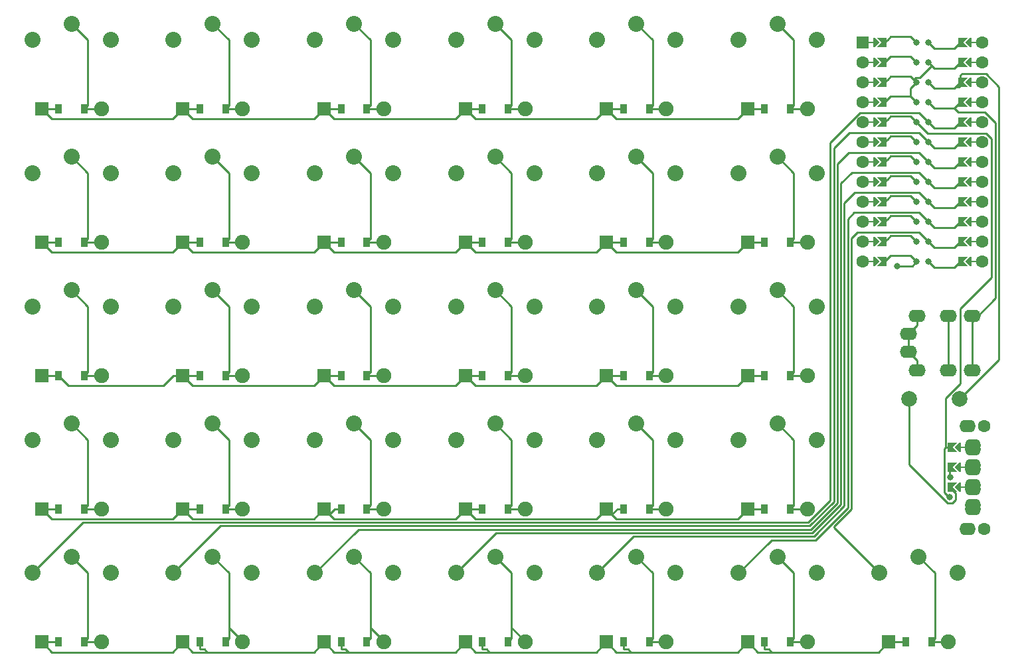
<source format=gbr>
%TF.GenerationSoftware,KiCad,Pcbnew,6.0.2+dfsg-1*%
%TF.CreationDate,2023-06-27T17:47:53-07:00*%
%TF.ProjectId,swirlComplete,73776972-6c43-46f6-9d70-6c6574652e6b,v1.0.0*%
%TF.SameCoordinates,Original*%
%TF.FileFunction,Copper,L1,Top*%
%TF.FilePolarity,Positive*%
%FSLAX46Y46*%
G04 Gerber Fmt 4.6, Leading zero omitted, Abs format (unit mm)*
G04 Created by KiCad (PCBNEW 6.0.2+dfsg-1) date 2023-06-27 17:47:53*
%MOMM*%
%LPD*%
G01*
G04 APERTURE LIST*
G04 Aperture macros list*
%AMFreePoly0*
4,1,6,0.600000,0.200000,0.000000,-0.400000,-0.600000,0.200000,-0.600000,0.400000,0.600000,0.400000,0.600000,0.200000,0.600000,0.200000,$1*%
%AMFreePoly1*
4,1,5,0.125000,-0.500000,-0.125000,-0.500000,-0.125000,0.500000,0.125000,0.500000,0.125000,-0.500000,0.125000,-0.500000,$1*%
%AMFreePoly2*
4,1,6,0.600000,-0.250000,-0.600000,-0.250000,-0.600000,1.000000,0.000000,0.400000,0.600000,1.000000,0.600000,-0.250000,0.600000,-0.250000,$1*%
G04 Aperture macros list end*
%TA.AperFunction,ComponentPad*%
%ADD10C,2.000000*%
%TD*%
%TA.AperFunction,ComponentPad*%
%ADD11C,2.032000*%
%TD*%
%TA.AperFunction,ComponentPad*%
%ADD12R,1.778000X1.778000*%
%TD*%
%TA.AperFunction,SMDPad,CuDef*%
%ADD13R,0.900000X1.200000*%
%TD*%
%TA.AperFunction,ComponentPad*%
%ADD14C,1.905000*%
%TD*%
%TA.AperFunction,SMDPad,CuDef*%
%ADD15FreePoly0,270.000000*%
%TD*%
%TA.AperFunction,ComponentPad*%
%ADD16O,2.100000X1.600000*%
%TD*%
%TA.AperFunction,SMDPad,CuDef*%
%ADD17FreePoly1,270.000000*%
%TD*%
%TA.AperFunction,SMDPad,CuDef*%
%ADD18FreePoly2,270.000000*%
%TD*%
%TA.AperFunction,ComponentPad*%
%ADD19C,1.600000*%
%TD*%
%TA.AperFunction,ComponentPad*%
%ADD20O,2.200000X1.600000*%
%TD*%
%TA.AperFunction,SMDPad,CuDef*%
%ADD21FreePoly1,90.000000*%
%TD*%
%TA.AperFunction,SMDPad,CuDef*%
%ADD22FreePoly0,90.000000*%
%TD*%
%TA.AperFunction,ComponentPad*%
%ADD23R,1.600000X1.600000*%
%TD*%
%TA.AperFunction,SMDPad,CuDef*%
%ADD24FreePoly2,90.000000*%
%TD*%
%TA.AperFunction,ViaPad*%
%ADD25C,0.800000*%
%TD*%
%TA.AperFunction,Conductor*%
%ADD26C,0.250000*%
%TD*%
G04 APERTURE END LIST*
D10*
%TO.P,B1,1*%
%TO.N,GND*%
X106750000Y26000000D03*
%TO.P,B1,2*%
%TO.N,RST*%
X113250000Y26000000D03*
%TD*%
D11*
%TO.P,S25,1*%
%TO.N,SCLK*%
X67000000Y71800000D03*
X77000000Y71800000D03*
%TO.P,S25,2*%
%TO.N,index_num*%
X72000000Y73900000D03*
X72000000Y73900000D03*
%TD*%
D12*
%TO.P,D9,1*%
%TO.N,P5*%
X14190000Y46000000D03*
D13*
X16350000Y46000000D03*
%TO.P,D9,2*%
%TO.N,pinky_top*%
X19650000Y46000000D03*
D14*
X21810000Y46000000D03*
%TD*%
D11*
%TO.P,S8,1*%
%TO.N,P20*%
X23000000Y37800000D03*
X13000000Y37800000D03*
%TO.P,S8,2*%
%TO.N,pinky_home*%
X18000000Y39900000D03*
X18000000Y39900000D03*
%TD*%
D13*
%TO.P,D8,1*%
%TO.N,P6*%
X16350000Y29000000D03*
D12*
X14190000Y29000000D03*
D13*
%TO.P,D8,2*%
%TO.N,pinky_home*%
X19650000Y29000000D03*
D14*
X21810000Y29000000D03*
%TD*%
D13*
%TO.P,D1,1*%
%TO.N,P8*%
X-1650000Y-5000000D03*
D12*
X-3810000Y-5000000D03*
D13*
%TO.P,D1,2*%
%TO.N,outer_mod*%
X1650000Y-5000000D03*
D14*
X3810000Y-5000000D03*
%TD*%
D13*
%TO.P,D18,1*%
%TO.N,P6*%
X52350000Y29000000D03*
D12*
X50190000Y29000000D03*
D13*
%TO.P,D18,2*%
%TO.N,middle_home*%
X55650000Y29000000D03*
D14*
X57810000Y29000000D03*
%TD*%
D13*
%TO.P,D16,1*%
%TO.N,P8*%
X52350000Y-5000000D03*
D12*
X50190000Y-5000000D03*
D14*
%TO.P,D16,2*%
%TO.N,middle_mod*%
X57810000Y-5000000D03*
D13*
X55650000Y-5000000D03*
%TD*%
D11*
%TO.P,S30,1*%
%TO.N,MISO*%
X85000000Y71800000D03*
X95000000Y71800000D03*
%TO.P,S30,2*%
%TO.N,inner_num*%
X90000000Y73900000D03*
X90000000Y73900000D03*
%TD*%
D15*
%TO.P,EN1,*%
%TO.N,*%
X113000000Y19810000D03*
D16*
X114875000Y14992000D03*
X114875000Y17532000D03*
X114875000Y20072000D03*
X114875000Y14468000D03*
X114875000Y19548000D03*
D17*
X113508000Y19810000D03*
D15*
X113000000Y14730000D03*
D16*
X114875000Y11928000D03*
D17*
X113508000Y14730000D03*
D15*
X113000000Y17270000D03*
D17*
X113508000Y17270000D03*
D16*
X114875000Y12452000D03*
X114875000Y17008000D03*
D18*
%TO.P,EN1,A*%
%TO.N,SDA*%
X111984000Y19810000D03*
%TO.P,EN1,B*%
%TO.N,P9*%
X111984000Y17270000D03*
%TO.P,EN1,GND*%
%TO.N,GND*%
X111984000Y14730000D03*
D19*
%TO.P,EN1,S1*%
%TO.N,P1*%
X116350000Y9452000D03*
X116350000Y22548000D03*
D16*
%TO.P,EN1,S2*%
%TO.N,P0*%
X114250000Y9452000D03*
X114250000Y22548000D03*
%TD*%
D12*
%TO.P,D4,1*%
%TO.N,P5*%
X-3810000Y46000000D03*
D13*
X-1650000Y46000000D03*
%TO.P,D4,2*%
%TO.N,outer_top*%
X1650000Y46000000D03*
D14*
X3810000Y46000000D03*
%TD*%
D20*
%TO.P,TRRS1,1*%
%TO.N,GND*%
X106700000Y32000000D03*
X106700000Y34300000D03*
%TO.P,TRRS1,2*%
X107800000Y29700000D03*
X107800000Y36600000D03*
%TO.P,TRRS1,3*%
%TO.N,P10*%
X111800000Y36600000D03*
X111800000Y29700000D03*
%TO.P,TRRS1,4*%
%TO.N,VCC*%
X114800000Y36600000D03*
X114800000Y29700000D03*
%TD*%
D11*
%TO.P,S21,1*%
%TO.N,SCLK*%
X67000000Y3800000D03*
X77000000Y3800000D03*
%TO.P,S21,2*%
%TO.N,index_mod*%
X72000000Y5900000D03*
X72000000Y5900000D03*
%TD*%
D13*
%TO.P,D31,1*%
%TO.N,P8*%
X106350000Y-5000000D03*
D12*
X104190000Y-5000000D03*
D14*
%TO.P,D31,2*%
%TO.N,extraInner_mod*%
X111810000Y-5000000D03*
D13*
X109650000Y-5000000D03*
%TD*%
D11*
%TO.P,S22,1*%
%TO.N,SCLK*%
X77000000Y20800000D03*
X67000000Y20800000D03*
%TO.P,S22,2*%
%TO.N,index_bottom*%
X72000000Y22900000D03*
X72000000Y22900000D03*
%TD*%
D13*
%TO.P,D6,1*%
%TO.N,P8*%
X16350000Y-5000000D03*
D12*
X14190000Y-5000000D03*
D14*
%TO.P,D6,2*%
%TO.N,pinky_mod*%
X21810000Y-5000000D03*
D13*
X19650000Y-5000000D03*
%TD*%
D11*
%TO.P,S3,1*%
%TO.N,P21*%
X-5000000Y37800000D03*
X5000000Y37800000D03*
%TO.P,S3,2*%
%TO.N,outer_home*%
X0Y39900000D03*
X0Y39900000D03*
%TD*%
D12*
%TO.P,D29,1*%
%TO.N,P5*%
X86190000Y46000000D03*
D13*
X88350000Y46000000D03*
%TO.P,D29,2*%
%TO.N,inner_top*%
X91650000Y46000000D03*
D14*
X93810000Y46000000D03*
%TD*%
D13*
%TO.P,D23,1*%
%TO.N,P6*%
X70350000Y29000000D03*
D12*
X68190000Y29000000D03*
D13*
%TO.P,D23,2*%
%TO.N,index_home*%
X73650000Y29000000D03*
D14*
X75810000Y29000000D03*
%TD*%
D13*
%TO.P,D3,1*%
%TO.N,P6*%
X-1650000Y29000000D03*
D12*
X-3810000Y29000000D03*
D13*
%TO.P,D3,2*%
%TO.N,outer_home*%
X1650000Y29000000D03*
D14*
X3810000Y29000000D03*
%TD*%
D11*
%TO.P,S31,1*%
%TO.N,MOSI*%
X113000000Y3800000D03*
X103000000Y3800000D03*
%TO.P,S31,2*%
%TO.N,extraInner_mod*%
X108000000Y5900000D03*
X108000000Y5900000D03*
%TD*%
D13*
%TO.P,D15,1*%
%TO.N,P4*%
X34350000Y63000000D03*
D12*
X32190000Y63000000D03*
D14*
%TO.P,D15,2*%
%TO.N,ring_num*%
X39810000Y63000000D03*
D13*
X37650000Y63000000D03*
%TD*%
D11*
%TO.P,S6,1*%
%TO.N,P20*%
X13000000Y3800000D03*
X23000000Y3800000D03*
%TO.P,S6,2*%
%TO.N,pinky_mod*%
X18000000Y5900000D03*
X18000000Y5900000D03*
%TD*%
%TO.P,S14,1*%
%TO.N,P19*%
X41000000Y54800000D03*
X31000000Y54800000D03*
%TO.P,S14,2*%
%TO.N,ring_top*%
X36000000Y56900000D03*
X36000000Y56900000D03*
%TD*%
%TO.P,S4,1*%
%TO.N,P21*%
X5000000Y54800000D03*
X-5000000Y54800000D03*
%TO.P,S4,2*%
%TO.N,outer_top*%
X0Y56900000D03*
X0Y56900000D03*
%TD*%
D13*
%TO.P,D27,1*%
%TO.N,P7*%
X88350000Y12000000D03*
D12*
X86190000Y12000000D03*
D14*
%TO.P,D27,2*%
%TO.N,inner_bottom*%
X93810000Y12000000D03*
D13*
X91650000Y12000000D03*
%TD*%
D11*
%TO.P,S24,1*%
%TO.N,SCLK*%
X77000000Y54800000D03*
X67000000Y54800000D03*
%TO.P,S24,2*%
%TO.N,index_top*%
X72000000Y56900000D03*
X72000000Y56900000D03*
%TD*%
D13*
%TO.P,D24,1*%
%TO.N,P5*%
X70350000Y46000000D03*
D12*
X68190000Y46000000D03*
D13*
%TO.P,D24,2*%
%TO.N,index_top*%
X73650000Y46000000D03*
D14*
X75810000Y46000000D03*
%TD*%
D13*
%TO.P,D13,1*%
%TO.N,P6*%
X34350000Y29000000D03*
D12*
X32190000Y29000000D03*
D13*
%TO.P,D13,2*%
%TO.N,ring_home*%
X37650000Y29000000D03*
D14*
X39810000Y29000000D03*
%TD*%
D11*
%TO.P,S9,1*%
%TO.N,P20*%
X13000000Y54800000D03*
X23000000Y54800000D03*
%TO.P,S9,2*%
%TO.N,pinky_top*%
X18000000Y56900000D03*
X18000000Y56900000D03*
%TD*%
%TO.P,S1,1*%
%TO.N,P21*%
X5000000Y3800000D03*
X-5000000Y3800000D03*
%TO.P,S1,2*%
%TO.N,outer_mod*%
X0Y5900000D03*
X0Y5900000D03*
%TD*%
D12*
%TO.P,D2,1*%
%TO.N,P7*%
X-3810000Y12000000D03*
D13*
X-1650000Y12000000D03*
D14*
%TO.P,D2,2*%
%TO.N,outer_bottom*%
X3810000Y12000000D03*
D13*
X1650000Y12000000D03*
%TD*%
D11*
%TO.P,S5,1*%
%TO.N,P21*%
X5000000Y71800000D03*
X-5000000Y71800000D03*
%TO.P,S5,2*%
%TO.N,outer_num*%
X0Y73900000D03*
X0Y73900000D03*
%TD*%
D12*
%TO.P,D11,1*%
%TO.N,P8*%
X32190000Y-5000000D03*
D13*
X34350000Y-5000000D03*
D14*
%TO.P,D11,2*%
%TO.N,ring_mod*%
X39810000Y-5000000D03*
D13*
X37650000Y-5000000D03*
%TD*%
D12*
%TO.P,D30,1*%
%TO.N,P4*%
X86190000Y63000000D03*
D13*
X88350000Y63000000D03*
D14*
%TO.P,D30,2*%
%TO.N,inner_num*%
X93810000Y63000000D03*
D13*
X91650000Y63000000D03*
%TD*%
D11*
%TO.P,S20,1*%
%TO.N,P18*%
X49000000Y71800000D03*
X59000000Y71800000D03*
%TO.P,S20,2*%
%TO.N,middle_num*%
X54000000Y73900000D03*
X54000000Y73900000D03*
%TD*%
%TO.P,S19,1*%
%TO.N,P18*%
X49000000Y54800000D03*
X59000000Y54800000D03*
%TO.P,S19,2*%
%TO.N,middle_top*%
X54000000Y56900000D03*
X54000000Y56900000D03*
%TD*%
%TO.P,S23,1*%
%TO.N,SCLK*%
X77000000Y37800000D03*
X67000000Y37800000D03*
%TO.P,S23,2*%
%TO.N,index_home*%
X72000000Y39900000D03*
X72000000Y39900000D03*
%TD*%
D13*
%TO.P,D25,1*%
%TO.N,P4*%
X70350000Y63000000D03*
D12*
X68190000Y63000000D03*
D13*
%TO.P,D25,2*%
%TO.N,index_num*%
X73650000Y63000000D03*
D14*
X75810000Y63000000D03*
%TD*%
D13*
%TO.P,D28,1*%
%TO.N,P6*%
X88350000Y29000000D03*
D12*
X86190000Y29000000D03*
D14*
%TO.P,D28,2*%
%TO.N,inner_home*%
X93810000Y29000000D03*
D13*
X91650000Y29000000D03*
%TD*%
D11*
%TO.P,S26,1*%
%TO.N,MISO*%
X95000000Y3800000D03*
X85000000Y3800000D03*
%TO.P,S26,2*%
%TO.N,inner_mod*%
X90000000Y5900000D03*
X90000000Y5900000D03*
%TD*%
%TO.P,S18,1*%
%TO.N,P18*%
X49000000Y37800000D03*
X59000000Y37800000D03*
%TO.P,S18,2*%
%TO.N,middle_home*%
X54000000Y39900000D03*
X54000000Y39900000D03*
%TD*%
%TO.P,S28,1*%
%TO.N,MISO*%
X95000000Y37800000D03*
X85000000Y37800000D03*
%TO.P,S28,2*%
%TO.N,inner_home*%
X90000000Y39900000D03*
X90000000Y39900000D03*
%TD*%
%TO.P,S10,1*%
%TO.N,P20*%
X23000000Y71800000D03*
X13000000Y71800000D03*
%TO.P,S10,2*%
%TO.N,pinky_num*%
X18000000Y73900000D03*
X18000000Y73900000D03*
%TD*%
D13*
%TO.P,D20,1*%
%TO.N,P4*%
X52350000Y63000000D03*
D12*
X50190000Y63000000D03*
D13*
%TO.P,D20,2*%
%TO.N,middle_num*%
X55650000Y63000000D03*
D14*
X57810000Y63000000D03*
%TD*%
D11*
%TO.P,S27,1*%
%TO.N,MISO*%
X85000000Y20800000D03*
X95000000Y20800000D03*
%TO.P,S27,2*%
%TO.N,inner_bottom*%
X90000000Y22900000D03*
X90000000Y22900000D03*
%TD*%
D13*
%TO.P,D12,1*%
%TO.N,P7*%
X34350000Y12000000D03*
D12*
X32190000Y12000000D03*
D13*
%TO.P,D12,2*%
%TO.N,ring_bottom*%
X37650000Y12000000D03*
D14*
X39810000Y12000000D03*
%TD*%
D12*
%TO.P,D14,1*%
%TO.N,P5*%
X32190000Y46000000D03*
D13*
X34350000Y46000000D03*
%TO.P,D14,2*%
%TO.N,ring_top*%
X37650000Y46000000D03*
D14*
X39810000Y46000000D03*
%TD*%
D13*
%TO.P,D5,1*%
%TO.N,P4*%
X-1650000Y63000000D03*
D12*
X-3810000Y63000000D03*
D13*
%TO.P,D5,2*%
%TO.N,outer_num*%
X1650000Y63000000D03*
D14*
X3810000Y63000000D03*
%TD*%
D11*
%TO.P,S7,1*%
%TO.N,P20*%
X23000000Y20800000D03*
X13000000Y20800000D03*
%TO.P,S7,2*%
%TO.N,pinky_bottom*%
X18000000Y22900000D03*
X18000000Y22900000D03*
%TD*%
D13*
%TO.P,D22,1*%
%TO.N,P7*%
X70350000Y12000000D03*
D12*
X68190000Y12000000D03*
D13*
%TO.P,D22,2*%
%TO.N,index_bottom*%
X73650000Y12000000D03*
D14*
X75810000Y12000000D03*
%TD*%
D13*
%TO.P,D7,1*%
%TO.N,P7*%
X16350000Y12000000D03*
D12*
X14190000Y12000000D03*
D14*
%TO.P,D7,2*%
%TO.N,pinky_bottom*%
X21810000Y12000000D03*
D13*
X19650000Y12000000D03*
%TD*%
%TO.P,D26,1*%
%TO.N,P8*%
X88350000Y-5000000D03*
D12*
X86190000Y-5000000D03*
D14*
%TO.P,D26,2*%
%TO.N,inner_mod*%
X93810000Y-5000000D03*
D13*
X91650000Y-5000000D03*
%TD*%
D12*
%TO.P,D17,1*%
%TO.N,P7*%
X50190000Y12000000D03*
D13*
X52350000Y12000000D03*
D14*
%TO.P,D17,2*%
%TO.N,middle_bottom*%
X57810000Y12000000D03*
D13*
X55650000Y12000000D03*
%TD*%
%TO.P,D10,1*%
%TO.N,P4*%
X16350000Y63000000D03*
D12*
X14190000Y63000000D03*
D13*
%TO.P,D10,2*%
%TO.N,pinky_num*%
X19650000Y63000000D03*
D14*
X21810000Y63000000D03*
%TD*%
D19*
%TO.P,MCU1,*%
%TO.N,*%
X100880000Y53690000D03*
D21*
X102150000Y58770000D03*
D15*
X114342000Y43530000D03*
D22*
X102658000Y71470000D03*
D19*
X100880000Y66390000D03*
D17*
X114850000Y68930000D03*
D22*
X102658000Y53690000D03*
D17*
X114850000Y61310000D03*
D19*
X116120000Y43530000D03*
X116120000Y46070000D03*
X116120000Y56230000D03*
X116120000Y58770000D03*
D17*
X114850000Y63850000D03*
D19*
X116120000Y63850000D03*
X100880000Y63850000D03*
D22*
X102658000Y56230000D03*
D19*
X116120000Y51150000D03*
X100880000Y61310000D03*
D21*
X102150000Y51150000D03*
D19*
X116120000Y53690000D03*
D21*
X102150000Y66390000D03*
X102150000Y48610000D03*
D22*
X102658000Y43530000D03*
D19*
X100880000Y71470000D03*
D21*
X102150000Y43530000D03*
D17*
X114850000Y58770000D03*
X114850000Y66390000D03*
D19*
X100880000Y43530000D03*
X116120000Y61310000D03*
X100880000Y48610000D03*
D17*
X114850000Y51150000D03*
D15*
X114342000Y48610000D03*
D22*
X102658000Y51150000D03*
D21*
X102150000Y53690000D03*
D22*
X102658000Y68930000D03*
D15*
X114342000Y63850000D03*
X114342000Y46070000D03*
D21*
X102150000Y71470000D03*
D15*
X114342000Y61310000D03*
D22*
X102658000Y58770000D03*
X102658000Y66390000D03*
D17*
X114850000Y43530000D03*
D21*
X102150000Y68930000D03*
X102150000Y46070000D03*
D17*
X114850000Y46070000D03*
D21*
X102150000Y56230000D03*
D19*
X100880000Y56230000D03*
X116120000Y68930000D03*
D22*
X102658000Y61310000D03*
X102658000Y48610000D03*
D23*
X100880000Y71470000D03*
D15*
X114342000Y51150000D03*
D22*
X102658000Y46070000D03*
D19*
X116120000Y66390000D03*
D17*
X114850000Y56230000D03*
D19*
X116120000Y71470000D03*
D17*
X114850000Y71470000D03*
D19*
X100880000Y58770000D03*
X116120000Y48610000D03*
D15*
X114342000Y66390000D03*
D17*
X114850000Y48610000D03*
D22*
X102658000Y63850000D03*
D15*
X114342000Y68930000D03*
D19*
X100880000Y51150000D03*
D15*
X114342000Y58770000D03*
X114342000Y53690000D03*
D21*
X102150000Y61310000D03*
D19*
X100880000Y68930000D03*
X100880000Y46070000D03*
D15*
X114342000Y71470000D03*
X114342000Y56230000D03*
D21*
X102150000Y63850000D03*
D17*
X114850000Y53690000D03*
D18*
%TO.P,MCU1,1*%
%TO.N,RAW*%
X113326000Y71470000D03*
%TO.P,MCU1,2*%
%TO.N,GND*%
X113326000Y68930000D03*
%TO.P,MCU1,3*%
%TO.N,RST*%
X113326000Y66390000D03*
%TO.P,MCU1,4*%
%TO.N,VCC*%
X113326000Y63850000D03*
%TO.P,MCU1,5*%
%TO.N,P21*%
X113326000Y61310000D03*
%TO.P,MCU1,6*%
%TO.N,P20*%
X113326000Y58770000D03*
%TO.P,MCU1,7*%
%TO.N,P19*%
X113326000Y56230000D03*
%TO.P,MCU1,8*%
%TO.N,P18*%
X113326000Y53690000D03*
%TO.P,MCU1,9*%
%TO.N,SCLK*%
X113326000Y51150000D03*
%TO.P,MCU1,10*%
%TO.N,MISO*%
X113326000Y48610000D03*
%TO.P,MCU1,11*%
%TO.N,MOSI*%
X113326000Y46070000D03*
%TO.P,MCU1,12*%
%TO.N,P10*%
X113326000Y43530000D03*
D24*
%TO.P,MCU1,13*%
%TO.N,P9*%
X103674000Y43530000D03*
%TO.P,MCU1,14*%
%TO.N,P8*%
X103674000Y46070000D03*
%TO.P,MCU1,15*%
%TO.N,P7*%
X103674000Y48610000D03*
%TO.P,MCU1,16*%
%TO.N,P6*%
X103674000Y51150000D03*
%TO.P,MCU1,17*%
%TO.N,P5*%
X103674000Y53690000D03*
%TO.P,MCU1,18*%
%TO.N,P4*%
X103674000Y56230000D03*
%TO.P,MCU1,19*%
%TO.N,SCL*%
X103674000Y58770000D03*
%TO.P,MCU1,20*%
%TO.N,SDA*%
X103674000Y61310000D03*
%TO.P,MCU1,21*%
%TO.N,GND*%
X103674000Y63850000D03*
%TO.P,MCU1,22*%
X103674000Y66390000D03*
%TO.P,MCU1,23*%
%TO.N,P0*%
X103674000Y68930000D03*
%TO.P,MCU1,24*%
%TO.N,P1*%
X103674000Y71470000D03*
%TD*%
D12*
%TO.P,D21,1*%
%TO.N,P8*%
X68190000Y-5000000D03*
D13*
X70350000Y-5000000D03*
%TO.P,D21,2*%
%TO.N,index_mod*%
X73650000Y-5000000D03*
D14*
X75810000Y-5000000D03*
%TD*%
D11*
%TO.P,S12,1*%
%TO.N,P19*%
X41000000Y20800000D03*
X31000000Y20800000D03*
%TO.P,S12,2*%
%TO.N,ring_bottom*%
X36000000Y22900000D03*
X36000000Y22900000D03*
%TD*%
%TO.P,S29,1*%
%TO.N,MISO*%
X95000000Y54800000D03*
X85000000Y54800000D03*
%TO.P,S29,2*%
%TO.N,inner_top*%
X90000000Y56900000D03*
X90000000Y56900000D03*
%TD*%
%TO.P,S13,1*%
%TO.N,P19*%
X31000000Y37800000D03*
X41000000Y37800000D03*
%TO.P,S13,2*%
%TO.N,ring_home*%
X36000000Y39900000D03*
X36000000Y39900000D03*
%TD*%
%TO.P,S11,1*%
%TO.N,P19*%
X41000000Y3800000D03*
X31000000Y3800000D03*
%TO.P,S11,2*%
%TO.N,ring_mod*%
X36000000Y5900000D03*
X36000000Y5900000D03*
%TD*%
%TO.P,S2,1*%
%TO.N,P21*%
X5000000Y20800000D03*
X-5000000Y20800000D03*
%TO.P,S2,2*%
%TO.N,outer_bottom*%
X0Y22900000D03*
X0Y22900000D03*
%TD*%
%TO.P,S15,1*%
%TO.N,P19*%
X31000000Y71800000D03*
X41000000Y71800000D03*
%TO.P,S15,2*%
%TO.N,ring_num*%
X36000000Y73900000D03*
X36000000Y73900000D03*
%TD*%
D13*
%TO.P,D19,1*%
%TO.N,P5*%
X52350000Y46000000D03*
D12*
X50190000Y46000000D03*
D14*
%TO.P,D19,2*%
%TO.N,middle_top*%
X57810000Y46000000D03*
D13*
X55650000Y46000000D03*
%TD*%
D11*
%TO.P,S17,1*%
%TO.N,P18*%
X59000000Y20800000D03*
X49000000Y20800000D03*
%TO.P,S17,2*%
%TO.N,middle_bottom*%
X54000000Y22900000D03*
X54000000Y22900000D03*
%TD*%
%TO.P,S16,1*%
%TO.N,P18*%
X59000000Y3800000D03*
X49000000Y3800000D03*
%TO.P,S16,2*%
%TO.N,middle_mod*%
X54000000Y5900000D03*
X54000000Y5900000D03*
%TD*%
D25*
%TO.N,P21*%
X109262000Y61310000D03*
%TO.N,P20*%
X109262000Y58770000D03*
%TO.N,P19*%
X109262000Y56230000D03*
%TO.N,P18*%
X109262000Y53690000D03*
%TO.N,SCLK*%
X109262000Y51150000D03*
%TO.N,MISO*%
X109262000Y48610000D03*
%TO.N,MOSI*%
X109262000Y46070000D03*
%TO.N,P8*%
X107738000Y46070000D03*
%TO.N,P7*%
X107738000Y48610000D03*
%TO.N,P6*%
X107738000Y51150000D03*
%TO.N,P5*%
X107738000Y53690000D03*
%TO.N,P4*%
X107738000Y56230000D03*
%TO.N,P1*%
X107738000Y71470000D03*
%TO.N,P0*%
X107738000Y68930000D03*
%TO.N,SDA*%
X107738000Y61310000D03*
X111982000Y13461200D03*
%TO.N,SCL*%
X107738000Y58770000D03*
%TO.N,P9*%
X107738000Y43530000D03*
X112072000Y16063700D03*
X105273300Y42967600D03*
%TO.N,RAW*%
X109262000Y71470000D03*
%TO.N,GND*%
X107738000Y66390000D03*
X107738000Y63850000D03*
X109262000Y68930000D03*
%TO.N,RST*%
X109262000Y66390000D03*
%TO.N,VCC*%
X109262000Y63850000D03*
%TO.N,P10*%
X109262000Y43530000D03*
%TD*%
D26*
%TO.N,P21*%
X1473500Y10273500D02*
X93889400Y10273500D01*
X100493000Y62513300D02*
X108059000Y62513300D01*
X108059000Y62513300D02*
X109262000Y61310000D01*
X96725400Y58745700D02*
X100493000Y62513300D01*
X112560000Y60544000D02*
X113326000Y61310000D01*
X96725400Y13109500D02*
X96725400Y58745700D01*
X109262000Y61310000D02*
X110028000Y60544000D01*
X-5000000Y3800000D02*
X1473500Y10273500D01*
X93889400Y10273500D02*
X96725400Y13109500D01*
X110028000Y60544000D02*
X112560000Y60544000D01*
%TO.N,outer_mod*%
X2089000Y-4561000D02*
X1650000Y-5000000D01*
X1650000Y-5000000D02*
X3810000Y-5000000D01*
X0Y5900000D02*
X2089000Y3811000D01*
X2089000Y3811000D02*
X2089000Y-4561000D01*
%TO.N,outer_bottom*%
X3810000Y12000000D02*
X1650000Y12000000D01*
X1650000Y12000000D02*
X2089000Y12439000D01*
X2089000Y20811000D02*
X0Y22900000D01*
X2089000Y12439000D02*
X2089000Y20811000D01*
%TO.N,outer_home*%
X0Y39900000D02*
X2089000Y37811000D01*
X2089000Y37811000D02*
X2089000Y29439000D01*
X2089000Y29439000D02*
X1650000Y29000000D01*
X3810000Y29000000D02*
X1650000Y29000000D01*
%TO.N,outer_top*%
X2089000Y54811000D02*
X2089000Y46439000D01*
X3810000Y46000000D02*
X1650000Y46000000D01*
X2089000Y46439000D02*
X1650000Y46000000D01*
X0Y56900000D02*
X2089000Y54811000D01*
%TO.N,outer_num*%
X2089000Y71811000D02*
X2089000Y63439000D01*
X0Y73900000D02*
X2089000Y71811000D01*
X1650000Y63000000D02*
X3810000Y63000000D01*
X2089000Y63439000D02*
X1650000Y63000000D01*
%TO.N,P20*%
X112560000Y58004000D02*
X113326000Y58770000D01*
X99148200Y59973300D02*
X108059000Y59973300D01*
X97174900Y12923300D02*
X97174900Y58000000D01*
X19023900Y9824000D02*
X94075600Y9824000D01*
X13000000Y3800000D02*
X19023900Y9824000D01*
X97174900Y58000000D02*
X99148200Y59973300D01*
X110028000Y58004000D02*
X112560000Y58004000D01*
X94075600Y9824000D02*
X97174900Y12923300D01*
X109262000Y58770000D02*
X110028000Y58004000D01*
X108059000Y59973300D02*
X109262000Y58770000D01*
%TO.N,pinky_mod*%
X21810000Y-4908800D02*
X21810000Y-5000000D01*
X18000000Y5900000D02*
X20089000Y3811000D01*
X20089000Y3811000D02*
X20089000Y-3187800D01*
X20089000Y-3187800D02*
X20089000Y-4561000D01*
X20089000Y-4561000D02*
X19650000Y-5000000D01*
X20089000Y-3187800D02*
X21810000Y-4908800D01*
%TO.N,pinky_bottom*%
X19650000Y12000000D02*
X20089000Y12439000D01*
X20089000Y20811000D02*
X18000000Y22900000D01*
X20089000Y12439000D02*
X20089000Y20811000D01*
X21810000Y12000000D02*
X19650000Y12000000D01*
%TO.N,pinky_home*%
X20089000Y29439000D02*
X19650000Y29000000D01*
X20089000Y37811000D02*
X20089000Y29439000D01*
X18000000Y39900000D02*
X20089000Y37811000D01*
X21810000Y29000000D02*
X19650000Y29000000D01*
%TO.N,pinky_top*%
X20089000Y46439000D02*
X19650000Y46000000D01*
X18000000Y56900000D02*
X20089000Y54811000D01*
X21810000Y46000000D02*
X19650000Y46000000D01*
X20089000Y54811000D02*
X20089000Y46439000D01*
%TO.N,pinky_num*%
X19650000Y63000000D02*
X21810000Y63000000D01*
X20089000Y71811000D02*
X18000000Y73900000D01*
X19650000Y63000000D02*
X20089000Y63439000D01*
X20089000Y63439000D02*
X20089000Y71811000D01*
%TO.N,P19*%
X36574400Y9374400D02*
X94261800Y9374400D01*
X112560000Y55464000D02*
X113326000Y56230000D01*
X99057800Y57433300D02*
X108059000Y57433300D01*
X97624500Y56000000D02*
X99057800Y57433300D01*
X94261800Y9374400D02*
X97624500Y12737100D01*
X31000000Y3800000D02*
X36574400Y9374400D01*
X97624500Y12737100D02*
X97624500Y56000000D01*
X109262000Y56230000D02*
X110028000Y55464000D01*
X110028000Y55464000D02*
X112560000Y55464000D01*
X108059000Y57433300D02*
X109262000Y56230000D01*
%TO.N,ring_mod*%
X38089000Y-3187800D02*
X39810000Y-4908800D01*
X38089000Y-3187800D02*
X38089000Y-4561000D01*
X38089000Y-4561000D02*
X37650000Y-5000000D01*
X38089000Y3811000D02*
X38089000Y-3187800D01*
X39810000Y-4908800D02*
X39810000Y-5000000D01*
X36000000Y5900000D02*
X38089000Y3811000D01*
%TO.N,ring_bottom*%
X36000000Y22900000D02*
X38089000Y20811000D01*
X38089000Y12439000D02*
X37650000Y12000000D01*
X38089000Y20811000D02*
X38089000Y12439000D01*
X39810000Y12000000D02*
X37650000Y12000000D01*
%TO.N,ring_home*%
X36000000Y39900000D02*
X38089000Y37811000D01*
X38089000Y29439000D02*
X37650000Y29000000D01*
X38089000Y37811000D02*
X38089000Y29439000D01*
X39810000Y29000000D02*
X37650000Y29000000D01*
%TO.N,ring_top*%
X39810000Y46000000D02*
X37650000Y46000000D01*
X38089000Y46439000D02*
X37650000Y46000000D01*
X38089000Y54811000D02*
X38089000Y46439000D01*
X36000000Y56900000D02*
X38089000Y54811000D01*
%TO.N,ring_num*%
X36000000Y73900000D02*
X38089000Y71811000D01*
X37650000Y63000000D02*
X39810000Y63000000D01*
X38089000Y71811000D02*
X38089000Y63439000D01*
X38089000Y63439000D02*
X37650000Y63000000D01*
%TO.N,P18*%
X94448000Y8924900D02*
X98074000Y12550900D01*
X54124900Y8924900D02*
X94448000Y8924900D01*
X98074000Y53500000D02*
X99467300Y54893300D01*
X49000000Y3800000D02*
X54124900Y8924900D01*
X109262000Y53690000D02*
X110028000Y52924000D01*
X99467300Y54893300D02*
X108059000Y54893300D01*
X110028000Y52924000D02*
X112560000Y52924000D01*
X108059000Y54893300D02*
X109262000Y53690000D01*
X98074000Y12550900D02*
X98074000Y53500000D01*
X112560000Y52924000D02*
X113326000Y53690000D01*
%TO.N,middle_mod*%
X56089000Y-3187800D02*
X56089000Y-4561000D01*
X57810000Y-4908800D02*
X57810000Y-5000000D01*
X54000000Y5900000D02*
X56089000Y3811000D01*
X56089000Y-4561000D02*
X55650000Y-5000000D01*
X56089000Y-3187800D02*
X57810000Y-4908800D01*
X56089000Y3811000D02*
X56089000Y-3187800D01*
%TO.N,middle_bottom*%
X56089000Y12439000D02*
X56089000Y20811000D01*
X56089000Y20811000D02*
X54000000Y22900000D01*
X55650000Y12000000D02*
X56089000Y12439000D01*
X57810000Y12000000D02*
X55650000Y12000000D01*
%TO.N,middle_home*%
X56089000Y37811000D02*
X56089000Y29439000D01*
X54000000Y39900000D02*
X56089000Y37811000D01*
X56089000Y29439000D02*
X55650000Y29000000D01*
X57810000Y29000000D02*
X55650000Y29000000D01*
%TO.N,middle_top*%
X54000000Y56900000D02*
X56089000Y54811000D01*
X57810000Y46000000D02*
X55650000Y46000000D01*
X56089000Y54811000D02*
X56089000Y46439000D01*
X56089000Y46439000D02*
X55650000Y46000000D01*
%TO.N,middle_num*%
X56089000Y71811000D02*
X54000000Y73900000D01*
X55650000Y63000000D02*
X57810000Y63000000D01*
X56089000Y63439000D02*
X56089000Y71811000D01*
X55650000Y63000000D02*
X56089000Y63439000D01*
%TO.N,SCLK*%
X67000000Y3800000D02*
X71675400Y8475400D01*
X98523500Y51000000D02*
X99876800Y52353300D01*
X99876800Y52353300D02*
X108059000Y52353300D01*
X94634200Y8475400D02*
X98523500Y12364700D01*
X112560000Y50384000D02*
X113326000Y51150000D01*
X98523500Y12364700D02*
X98523500Y51000000D01*
X108059000Y52353300D02*
X109262000Y51150000D01*
X109262000Y51150000D02*
X110028000Y50384000D01*
X110028000Y50384000D02*
X112560000Y50384000D01*
X71675400Y8475400D02*
X94634200Y8475400D01*
%TO.N,index_mod*%
X74089000Y3811000D02*
X74089000Y-4561000D01*
X74089000Y-4561000D02*
X73650000Y-5000000D01*
X73650000Y-5000000D02*
X75810000Y-5000000D01*
X72000000Y5900000D02*
X74089000Y3811000D01*
%TO.N,index_bottom*%
X74089000Y20811000D02*
X74089000Y12439000D01*
X72000000Y22900000D02*
X74089000Y20811000D01*
X75810000Y12000000D02*
X73650000Y12000000D01*
X74089000Y12439000D02*
X73650000Y12000000D01*
%TO.N,index_home*%
X74089000Y29439000D02*
X73650000Y29000000D01*
X72000000Y39900000D02*
X74089000Y37811000D01*
X75810000Y29000000D02*
X73650000Y29000000D01*
X74089000Y37811000D02*
X74089000Y29439000D01*
%TO.N,index_top*%
X74089000Y54811000D02*
X74089000Y46439000D01*
X75810000Y46000000D02*
X73650000Y46000000D01*
X74089000Y46439000D02*
X73650000Y46000000D01*
X72000000Y56900000D02*
X74089000Y54811000D01*
%TO.N,index_num*%
X74089000Y63439000D02*
X73650000Y63000000D01*
X75810000Y63000000D02*
X73650000Y63000000D01*
X74089000Y71811000D02*
X74089000Y63439000D01*
X72000000Y73900000D02*
X74089000Y71811000D01*
%TO.N,MISO*%
X89225900Y8025900D02*
X94820400Y8025900D01*
X109262000Y48610000D02*
X110028000Y47844000D01*
X110028000Y47844000D02*
X112560000Y47844000D01*
X112560000Y47844000D02*
X113326000Y48610000D01*
X94820400Y8025900D02*
X98973000Y12178500D01*
X98973000Y12178500D02*
X98973000Y49000000D01*
X85000000Y3800000D02*
X89225900Y8025900D01*
X98973000Y49000000D02*
X99786300Y49813300D01*
X108059000Y49813300D02*
X109262000Y48610000D01*
X99786300Y49813300D02*
X108059000Y49813300D01*
%TO.N,inner_mod*%
X90000000Y5900000D02*
X92089000Y3811000D01*
X92089000Y3811000D02*
X92089000Y-4561000D01*
X92089000Y-4561000D02*
X91650000Y-5000000D01*
X91650000Y-5000000D02*
X93810000Y-5000000D01*
%TO.N,inner_bottom*%
X92089000Y20811000D02*
X90000000Y22900000D01*
X92089000Y12439000D02*
X92089000Y20811000D01*
X91650000Y12000000D02*
X92089000Y12439000D01*
X91650000Y12000000D02*
X93810000Y12000000D01*
%TO.N,inner_home*%
X91650000Y29000000D02*
X92089000Y29439000D01*
X93810000Y29000000D02*
X91650000Y29000000D01*
X92089000Y29439000D02*
X92089000Y37811000D01*
X92089000Y37811000D02*
X90000000Y39900000D01*
%TO.N,inner_top*%
X90000000Y56900000D02*
X92089000Y54811000D01*
X92089000Y54811000D02*
X92089000Y46439000D01*
X93810000Y46000000D02*
X91650000Y46000000D01*
X92089000Y46439000D02*
X91650000Y46000000D01*
%TO.N,inner_num*%
X92089000Y63439000D02*
X92089000Y71811000D01*
X91650000Y63000000D02*
X92089000Y63439000D01*
X91650000Y63000000D02*
X93810000Y63000000D01*
X92089000Y71811000D02*
X90000000Y73900000D01*
%TO.N,MOSI*%
X103000000Y3800000D02*
X97215100Y9584900D01*
X99422500Y11992300D02*
X99422500Y46500000D01*
X109262000Y46070000D02*
X110028000Y45304000D01*
X97215100Y9584900D02*
X97215100Y9784900D01*
X112560000Y45304000D02*
X113326000Y46070000D01*
X110028000Y45304000D02*
X112560000Y45304000D01*
X100196000Y47273300D02*
X108059000Y47273300D01*
X99422500Y46500000D02*
X100196000Y47273300D01*
X97215100Y9784900D02*
X99422500Y11992300D01*
X108059000Y47273300D02*
X109262000Y46070000D01*
%TO.N,extraInner_mod*%
X109650000Y-5000000D02*
X111810000Y-5000000D01*
X108000000Y5900000D02*
X110089000Y3811000D01*
X110089000Y3811000D02*
X110089000Y-4561000D01*
X110089000Y-4561000D02*
X109650000Y-5000000D01*
%TO.N,P8*%
X107738000Y46070000D02*
X107729000Y46060900D01*
X86190000Y-5000000D02*
X84913000Y-6277000D01*
X16350000Y-5926900D02*
X16350000Y-5000000D01*
X104051000Y46440800D02*
X103668000Y46057800D01*
X70933400Y-5926900D02*
X71283500Y-6277000D01*
X15467000Y-6277000D02*
X17283500Y-6277000D01*
X14190000Y-5000000D02*
X15467000Y-6277000D01*
X102913000Y-6277000D02*
X89283500Y-6277000D01*
X16933400Y-5926900D02*
X16350000Y-5926900D01*
X71283500Y-6277000D02*
X69467000Y-6277000D01*
X104190000Y-5000000D02*
X102913000Y-6277000D01*
X70350000Y-5926900D02*
X70933400Y-5926900D01*
X106966000Y46823800D02*
X104434000Y46823800D01*
X84913000Y-6277000D02*
X71283500Y-6277000D01*
X14190000Y-5000000D02*
X12913000Y-6277000D01*
X104051000Y46440800D02*
X104045000Y46440800D01*
X33467000Y-6277000D02*
X32190000Y-5000000D01*
X106350000Y-5000000D02*
X104190000Y-5000000D01*
X69467000Y-6277000D02*
X68190000Y-5000000D01*
X107729000Y46060900D02*
X106966000Y46823800D01*
X52350000Y-5926900D02*
X52933400Y-5926900D01*
X35283500Y-6277000D02*
X34933400Y-5926900D01*
X17283500Y-6277000D02*
X16933400Y-5926900D01*
X50190000Y-5000000D02*
X48913000Y-6277000D01*
X104045000Y46440800D02*
X103674000Y46070000D01*
X88350000Y-5926900D02*
X88350000Y-5000000D01*
X35283500Y-6277000D02*
X33467000Y-6277000D01*
X89283500Y-6277000D02*
X87467000Y-6277000D01*
X34933400Y-5926900D02*
X34350000Y-5926900D01*
X53283500Y-6277000D02*
X51467000Y-6277000D01*
X70350000Y-5000000D02*
X70350000Y-5926900D01*
X17283500Y-6277000D02*
X30913000Y-6277000D01*
X52933400Y-5926900D02*
X53283500Y-6277000D01*
X12913000Y-6277000D02*
X-2533000Y-6277000D01*
X-3810000Y-5000000D02*
X-1650000Y-5000000D01*
X-2533000Y-6277000D02*
X-3810000Y-5000000D01*
X34350000Y-5926900D02*
X34350000Y-5000000D01*
X87467000Y-6277000D02*
X86190000Y-5000000D01*
X52350000Y-5000000D02*
X52350000Y-5926900D01*
X51467000Y-6277000D02*
X50190000Y-5000000D01*
X66913000Y-6277000D02*
X53283500Y-6277000D01*
X68190000Y-5000000D02*
X66913000Y-6277000D01*
X107732000Y46057800D02*
X107729000Y46060900D01*
X48913000Y-6277000D02*
X35283500Y-6277000D01*
X88933400Y-5926900D02*
X88350000Y-5926900D01*
X30913000Y-6277000D02*
X32190000Y-5000000D01*
X104434000Y46823800D02*
X104051000Y46440800D01*
X89283500Y-6277000D02*
X88933400Y-5926900D01*
%TO.N,P7*%
X104045000Y48980800D02*
X103674000Y48610000D01*
X107729000Y48600900D02*
X106966000Y49363800D01*
X106966000Y49363800D02*
X104434000Y49363800D01*
X48913000Y10723000D02*
X50190000Y12000000D01*
X33573100Y12000000D02*
X32934600Y11361500D01*
X107738000Y48610000D02*
X107729000Y48600900D01*
X31551500Y11361500D02*
X32190000Y12000000D01*
X52350000Y12000000D02*
X50190000Y12000000D01*
X30913000Y10723000D02*
X31551500Y11361500D01*
X51467000Y10723000D02*
X66913000Y10723000D01*
X34350000Y12000000D02*
X33573100Y12000000D01*
X-3810000Y12000000D02*
X-2533000Y10723000D01*
X32934600Y11361500D02*
X31551500Y11361500D01*
X33467000Y10723000D02*
X48913000Y10723000D01*
X14190000Y12000000D02*
X16350000Y12000000D01*
X66913000Y10723000D02*
X67551500Y11361500D01*
X50190000Y12000000D02*
X51467000Y10723000D01*
X104051000Y48980800D02*
X103668000Y48597800D01*
X86190000Y12000000D02*
X88350000Y12000000D01*
X69573100Y12000000D02*
X68934600Y11361500D01*
X68190000Y12000000D02*
X69467000Y10723000D01*
X67551500Y11361500D02*
X68190000Y12000000D01*
X69467000Y10723000D02*
X84913000Y10723000D01*
X104434000Y49363800D02*
X104051000Y48980800D01*
X15467000Y10723000D02*
X30913000Y10723000D01*
X32190000Y12000000D02*
X33467000Y10723000D01*
X-3810000Y12000000D02*
X-1650000Y12000000D01*
X107732000Y48597800D02*
X107729000Y48600900D01*
X14190000Y12000000D02*
X15467000Y10723000D01*
X12913000Y10723000D02*
X14190000Y12000000D01*
X68934600Y11361500D02*
X67551500Y11361500D01*
X70350000Y12000000D02*
X69573100Y12000000D01*
X84913000Y10723000D02*
X86190000Y12000000D01*
X-2533000Y10723000D02*
X12913000Y10723000D01*
X104051000Y48980800D02*
X104045000Y48980800D01*
%TO.N,P6*%
X48913000Y27723000D02*
X50190000Y29000000D01*
X106966000Y51903800D02*
X104434000Y51903800D01*
X50190000Y29000000D02*
X51467000Y27723000D01*
X14190000Y29000000D02*
X15467000Y27723000D01*
X34350000Y29000000D02*
X32190000Y29000000D01*
X104051000Y51520800D02*
X103668000Y51137800D01*
X107729000Y51140900D02*
X106966000Y51903800D01*
X68190000Y29000000D02*
X70350000Y29000000D01*
X30913000Y27723000D02*
X32190000Y29000000D01*
X-3810000Y29000000D02*
X-1713300Y29000000D01*
X33467000Y27723000D02*
X48913000Y27723000D01*
X-415800Y27702500D02*
X11676600Y27702500D01*
X84913000Y27723000D02*
X86190000Y29000000D01*
X-1713300Y29000000D02*
X-415800Y27702500D01*
X15467000Y27723000D02*
X30913000Y27723000D01*
X68190000Y29000000D02*
X69467000Y27723000D01*
X104051000Y51520800D02*
X104045000Y51520800D01*
X52350000Y29000000D02*
X50190000Y29000000D01*
X11676600Y27702500D02*
X12974100Y29000000D01*
X107732000Y51137800D02*
X107729000Y51140900D01*
X51467000Y27723000D02*
X66913000Y27723000D01*
X104434000Y51903800D02*
X104051000Y51520800D01*
X12974100Y29000000D02*
X14190000Y29000000D01*
X69467000Y27723000D02*
X84913000Y27723000D01*
X88350000Y29000000D02*
X86190000Y29000000D01*
X16350000Y29000000D02*
X14190000Y29000000D01*
X107738000Y51150000D02*
X107729000Y51140900D01*
X-1713300Y29000000D02*
X-1650000Y29000000D01*
X32190000Y29000000D02*
X33467000Y27723000D01*
X104045000Y51520800D02*
X103674000Y51150000D01*
X66913000Y27723000D02*
X68190000Y29000000D01*
%TO.N,P5*%
X14190000Y46000000D02*
X15467000Y44723000D01*
X107732000Y53677800D02*
X107729000Y53680900D01*
X32190000Y46000000D02*
X33467000Y44723000D01*
X-1650000Y46000000D02*
X-3810000Y46000000D01*
X86190000Y46000000D02*
X84913000Y44723000D01*
X68190000Y46000000D02*
X66913000Y44723000D01*
X-2533000Y44723000D02*
X12913000Y44723000D01*
X52350000Y46000000D02*
X50190000Y46000000D01*
X69467000Y44723000D02*
X68190000Y46000000D01*
X14190000Y46000000D02*
X16350000Y46000000D01*
X51467000Y44723000D02*
X50190000Y46000000D01*
X66913000Y44723000D02*
X51467000Y44723000D01*
X107738000Y53690000D02*
X107729000Y53680900D01*
X32190000Y46000000D02*
X34350000Y46000000D01*
X104051000Y54060800D02*
X103668000Y53677800D01*
X33467000Y44723000D02*
X48913000Y44723000D01*
X12913000Y44723000D02*
X14190000Y46000000D01*
X30913000Y44723000D02*
X32190000Y46000000D01*
X68190000Y46000000D02*
X70350000Y46000000D01*
X106966000Y54443800D02*
X104434000Y54443800D01*
X104051000Y54060800D02*
X104045000Y54060800D01*
X-3810000Y46000000D02*
X-2533000Y44723000D01*
X84913000Y44723000D02*
X69467000Y44723000D01*
X104045000Y54060800D02*
X103674000Y53690000D01*
X48913000Y44723000D02*
X50190000Y46000000D01*
X15467000Y44723000D02*
X30913000Y44723000D01*
X88350000Y46000000D02*
X86190000Y46000000D01*
X107729000Y53680900D02*
X106966000Y54443800D01*
X104434000Y54443800D02*
X104051000Y54060800D01*
%TO.N,P4*%
X88350000Y63000000D02*
X86190000Y63000000D01*
X-3810000Y63000000D02*
X-1650000Y63000000D01*
X12913000Y61723000D02*
X14190000Y63000000D01*
X84913000Y61723000D02*
X86190000Y63000000D01*
X50190000Y63000000D02*
X52350000Y63000000D01*
X66913000Y61723000D02*
X68190000Y63000000D01*
X104434000Y56983800D02*
X104051000Y56600800D01*
X107738000Y56230000D02*
X107729000Y56220900D01*
X68190000Y63000000D02*
X70350000Y63000000D01*
X69467000Y61723000D02*
X84913000Y61723000D01*
X32190000Y63000000D02*
X34350000Y63000000D01*
X32190000Y63000000D02*
X33467000Y61723000D01*
X33467000Y61723000D02*
X48913000Y61723000D01*
X30913000Y61723000D02*
X32190000Y63000000D01*
X14190000Y63000000D02*
X15467000Y61723000D01*
X106966000Y56983800D02*
X104434000Y56983800D01*
X104045000Y56600800D02*
X103674000Y56230000D01*
X15467000Y61723000D02*
X30913000Y61723000D01*
X48913000Y61723000D02*
X50190000Y63000000D01*
X107729000Y56220900D02*
X106966000Y56983800D01*
X51467000Y61723000D02*
X66913000Y61723000D01*
X-3810000Y63000000D02*
X-2533000Y61723000D01*
X50190000Y63000000D02*
X51467000Y61723000D01*
X68190000Y63000000D02*
X69467000Y61723000D01*
X16350000Y63000000D02*
X14190000Y63000000D01*
X104051000Y56600800D02*
X103668000Y56217800D01*
X104051000Y56600800D02*
X104045000Y56600800D01*
X107732000Y56217800D02*
X107729000Y56220900D01*
X-2533000Y61723000D02*
X12913000Y61723000D01*
%TO.N,P1*%
X104045000Y71840800D02*
X103674000Y71470000D01*
X107349000Y71840800D02*
X106966000Y72223800D01*
X107349000Y71840800D02*
X107367000Y71840800D01*
X107732000Y71457800D02*
X107349000Y71840800D01*
X104051000Y71840800D02*
X104045000Y71840800D01*
X106966000Y72223800D02*
X104434000Y72223800D01*
X104434000Y72223800D02*
X104051000Y71840800D01*
X116350000Y22548000D02*
X116350000Y22150000D01*
X107367000Y71840800D02*
X107738000Y71470000D01*
X104051000Y71840800D02*
X103668000Y71457800D01*
%TO.N,P0*%
X107729000Y68920900D02*
X106966000Y69683800D01*
X103846000Y69095900D02*
X103840000Y69095900D01*
X107738000Y68930000D02*
X107729000Y68920900D01*
X107732000Y68917800D02*
X107729000Y68920900D01*
X103840000Y69095900D02*
X103674000Y68930000D01*
X106966000Y69683800D02*
X104434000Y69683800D01*
X104434000Y69683800D02*
X103846000Y69095900D01*
X103846000Y69095900D02*
X103668000Y68917800D01*
X114250000Y9250000D02*
X114250000Y9452000D01*
%TO.N,SDA*%
X113300000Y27996300D02*
X113300000Y37559200D01*
X117298000Y41556700D02*
X117298000Y59213100D01*
X111984000Y19810000D02*
X111407000Y19810000D01*
X104434000Y62063800D02*
X104051000Y61680800D01*
X116614000Y59896900D02*
X109133000Y59896900D01*
X111300000Y14050800D02*
X111300000Y19702500D01*
X111407000Y26103400D02*
X113300000Y27996300D01*
X106966000Y62063800D02*
X104434000Y62063800D01*
X117298000Y59213100D02*
X116614000Y59896900D01*
X107732000Y61297800D02*
X107729000Y61300900D01*
X111300000Y19702500D02*
X111407000Y19810000D01*
X111407000Y19810000D02*
X111407000Y26103400D01*
X111889000Y13461200D02*
X111300000Y14050800D01*
X104051000Y61680800D02*
X104045000Y61680800D01*
X109133000Y59896900D02*
X107732000Y61297800D01*
X104051000Y61680800D02*
X103668000Y61297800D01*
X107738000Y61310000D02*
X107729000Y61300900D01*
X113300000Y37559200D02*
X117298000Y41556700D01*
X104045000Y61680800D02*
X103674000Y61310000D01*
X107729000Y61300900D02*
X106966000Y62063800D01*
X111982000Y13461200D02*
X111889000Y13461200D01*
%TO.N,SCL*%
X107367000Y59140800D02*
X107738000Y58770000D01*
X107349000Y59140800D02*
X107367000Y59140800D01*
X107349000Y59140800D02*
X106966000Y59523800D01*
X106966000Y59523800D02*
X104434000Y59523800D01*
X104051000Y59140800D02*
X103668000Y58757800D01*
X104051000Y59140800D02*
X104045000Y59140800D01*
X107732000Y58757800D02*
X107349000Y59140800D01*
X104045000Y59140800D02*
X103674000Y58770000D01*
X104434000Y59523800D02*
X104051000Y59140800D01*
%TO.N,P9*%
X106966000Y44283800D02*
X104434000Y44283800D01*
X111984000Y17270000D02*
X111984000Y16343100D01*
X107732000Y43517800D02*
X107729000Y43520900D01*
X103846000Y43695900D02*
X103840000Y43695900D01*
X107738000Y43530000D02*
X107729000Y43520900D01*
X112072000Y16254700D02*
X112072000Y16063700D01*
X104434000Y44283800D02*
X103846000Y43695900D01*
X111984000Y16343100D02*
X112072000Y16254700D01*
X107175700Y42967600D02*
X107729000Y43520900D01*
X105273300Y42967600D02*
X107175700Y42967600D01*
X103846000Y43695900D02*
X103668000Y43517800D01*
X103840000Y43695900D02*
X103674000Y43530000D01*
X107729000Y43520900D02*
X106966000Y44283800D01*
%TO.N,RAW*%
X110028000Y70704000D02*
X112560000Y70704000D01*
X112560000Y70704000D02*
X113326000Y71470000D01*
X109262000Y71470000D02*
X110028000Y70704000D01*
%TO.N,GND*%
X106966000Y65614900D02*
X106966000Y64603800D01*
X109645000Y68547000D02*
X110028000Y68164000D01*
X107348000Y66762400D02*
X106966000Y67143800D01*
X107729000Y66380900D02*
X107348000Y66762400D01*
X109262000Y68930000D02*
X109645000Y68547000D01*
X104434000Y67143800D02*
X104051000Y66760800D01*
X107738000Y66390000D02*
X107729000Y66380900D01*
X109645000Y68547000D02*
X108114000Y67015500D01*
X107730000Y66379400D02*
X106966000Y65614900D01*
X108114000Y67015500D02*
X107601000Y67015500D01*
X107738000Y63850000D02*
X107729000Y63840900D01*
X107601000Y67015500D02*
X107348000Y66762400D01*
X107800000Y35400000D02*
X106700000Y34300000D01*
X107800000Y29700000D02*
X107800000Y30900000D01*
X107730000Y66379400D02*
X107729000Y66380900D01*
X103846000Y64015900D02*
X103840000Y64015900D01*
X110028000Y68164000D02*
X112560000Y68164000D01*
X103840000Y64015900D02*
X103674000Y63850000D01*
X104434000Y64603800D02*
X103846000Y64015900D01*
X107800000Y30900000D02*
X106700000Y32000000D01*
X107729000Y63840900D02*
X106966000Y64603800D01*
X104051000Y66760800D02*
X104045000Y66760800D01*
X106966000Y67143800D02*
X104434000Y67143800D01*
X107800000Y36600000D02*
X107800000Y35400000D01*
X106700000Y34300000D02*
X106700000Y32000000D01*
X107732000Y66377800D02*
X107730000Y66379400D01*
X112270000Y12710800D02*
X112715000Y13155800D01*
X112715000Y13999300D02*
X111984000Y14730000D01*
X111704000Y12710800D02*
X112270000Y12710800D01*
X112715000Y13155800D02*
X112715000Y13999300D01*
X103846000Y64015900D02*
X103668000Y63837800D01*
X104051000Y66760800D02*
X103668000Y66377800D01*
X106750000Y26000000D02*
X106750000Y17664900D01*
X106966000Y64603800D02*
X104434000Y64603800D01*
X107732000Y63837800D02*
X107729000Y63840900D01*
X104045000Y66760800D02*
X103674000Y66390000D01*
X112560000Y68164000D02*
X113326000Y68930000D01*
X106750000Y17664900D02*
X111704000Y12710800D01*
%TO.N,RST*%
X116562000Y67544900D02*
X113554000Y67544900D01*
X118253000Y65853700D02*
X116562000Y67544900D01*
X110028000Y65624000D02*
X112560000Y65624000D01*
X118253000Y31003300D02*
X118253000Y65853700D01*
X112560000Y65624000D02*
X112726000Y65789900D01*
X113326000Y66390000D02*
X112726000Y65789900D01*
X112726000Y65789900D02*
X113196000Y65789900D01*
X113250000Y26000000D02*
X118253000Y31003300D01*
X109262000Y66390000D02*
X110028000Y65624000D01*
X113554000Y67544900D02*
X113326000Y67316900D01*
X113326000Y67316900D02*
X113326000Y66390000D01*
%TO.N,VCC*%
X110028000Y63084000D02*
X112560000Y63084000D01*
X114800000Y36600000D02*
X114800000Y35886500D01*
X117801000Y61253900D02*
X116421000Y62634600D01*
X117801000Y38887900D02*
X117801000Y61253900D01*
X116421000Y62634600D02*
X113009000Y62634600D01*
X114800000Y35886500D02*
X114800000Y29700000D01*
X114800000Y35886500D02*
X117801000Y38887900D01*
X112560000Y63084000D02*
X113326000Y63850000D01*
X109262000Y63850000D02*
X110028000Y63084000D01*
X113009000Y62634600D02*
X112560000Y63084000D01*
%TO.N,P10*%
X111800000Y29700000D02*
X111800000Y36600000D01*
X112560000Y42764000D02*
X113326000Y43530000D01*
X110028000Y42764000D02*
X112560000Y42764000D01*
X109262000Y43530000D02*
X110028000Y42764000D01*
%TD*%
M02*

</source>
